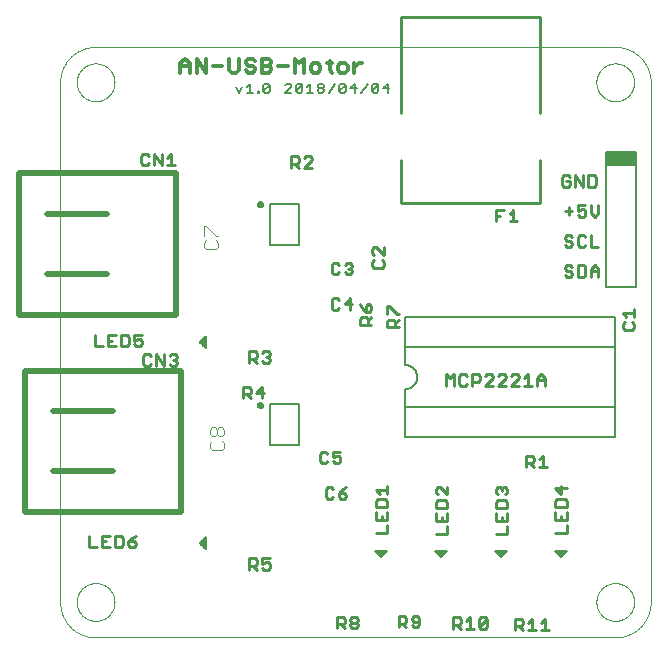
<source format=gto>
G75*
%MOIN*%
%OFA0B0*%
%FSLAX25Y25*%
%IPPOS*%
%LPD*%
%AMOC8*
5,1,8,0,0,1.08239X$1,22.5*
%
%ADD10C,0.00000*%
%ADD11C,0.00900*%
%ADD12C,0.01200*%
%ADD13C,0.00800*%
%ADD14C,0.00600*%
%ADD15C,0.01000*%
%ADD16C,0.00500*%
%ADD17C,0.00787*%
%ADD18R,0.10000X0.05000*%
%ADD19C,0.01969*%
%ADD20C,0.00400*%
D10*
X0015764Y0017535D02*
X0015764Y0190764D01*
X0021276Y0190764D02*
X0021278Y0190922D01*
X0021284Y0191080D01*
X0021294Y0191238D01*
X0021308Y0191396D01*
X0021326Y0191553D01*
X0021347Y0191710D01*
X0021373Y0191866D01*
X0021403Y0192022D01*
X0021436Y0192177D01*
X0021474Y0192330D01*
X0021515Y0192483D01*
X0021560Y0192635D01*
X0021609Y0192786D01*
X0021662Y0192935D01*
X0021718Y0193083D01*
X0021778Y0193229D01*
X0021842Y0193374D01*
X0021910Y0193517D01*
X0021981Y0193659D01*
X0022055Y0193799D01*
X0022133Y0193936D01*
X0022215Y0194072D01*
X0022299Y0194206D01*
X0022388Y0194337D01*
X0022479Y0194466D01*
X0022574Y0194593D01*
X0022671Y0194718D01*
X0022772Y0194840D01*
X0022876Y0194959D01*
X0022983Y0195076D01*
X0023093Y0195190D01*
X0023206Y0195301D01*
X0023321Y0195410D01*
X0023439Y0195515D01*
X0023560Y0195617D01*
X0023683Y0195717D01*
X0023809Y0195813D01*
X0023937Y0195906D01*
X0024067Y0195996D01*
X0024200Y0196082D01*
X0024335Y0196166D01*
X0024471Y0196245D01*
X0024610Y0196322D01*
X0024751Y0196394D01*
X0024893Y0196464D01*
X0025037Y0196529D01*
X0025183Y0196591D01*
X0025330Y0196649D01*
X0025479Y0196704D01*
X0025629Y0196755D01*
X0025780Y0196802D01*
X0025932Y0196845D01*
X0026085Y0196884D01*
X0026240Y0196920D01*
X0026395Y0196951D01*
X0026551Y0196979D01*
X0026707Y0197003D01*
X0026864Y0197023D01*
X0027022Y0197039D01*
X0027179Y0197051D01*
X0027338Y0197059D01*
X0027496Y0197063D01*
X0027654Y0197063D01*
X0027812Y0197059D01*
X0027971Y0197051D01*
X0028128Y0197039D01*
X0028286Y0197023D01*
X0028443Y0197003D01*
X0028599Y0196979D01*
X0028755Y0196951D01*
X0028910Y0196920D01*
X0029065Y0196884D01*
X0029218Y0196845D01*
X0029370Y0196802D01*
X0029521Y0196755D01*
X0029671Y0196704D01*
X0029820Y0196649D01*
X0029967Y0196591D01*
X0030113Y0196529D01*
X0030257Y0196464D01*
X0030399Y0196394D01*
X0030540Y0196322D01*
X0030679Y0196245D01*
X0030815Y0196166D01*
X0030950Y0196082D01*
X0031083Y0195996D01*
X0031213Y0195906D01*
X0031341Y0195813D01*
X0031467Y0195717D01*
X0031590Y0195617D01*
X0031711Y0195515D01*
X0031829Y0195410D01*
X0031944Y0195301D01*
X0032057Y0195190D01*
X0032167Y0195076D01*
X0032274Y0194959D01*
X0032378Y0194840D01*
X0032479Y0194718D01*
X0032576Y0194593D01*
X0032671Y0194466D01*
X0032762Y0194337D01*
X0032851Y0194206D01*
X0032935Y0194072D01*
X0033017Y0193936D01*
X0033095Y0193799D01*
X0033169Y0193659D01*
X0033240Y0193517D01*
X0033308Y0193374D01*
X0033372Y0193229D01*
X0033432Y0193083D01*
X0033488Y0192935D01*
X0033541Y0192786D01*
X0033590Y0192635D01*
X0033635Y0192483D01*
X0033676Y0192330D01*
X0033714Y0192177D01*
X0033747Y0192022D01*
X0033777Y0191866D01*
X0033803Y0191710D01*
X0033824Y0191553D01*
X0033842Y0191396D01*
X0033856Y0191238D01*
X0033866Y0191080D01*
X0033872Y0190922D01*
X0033874Y0190764D01*
X0033872Y0190606D01*
X0033866Y0190448D01*
X0033856Y0190290D01*
X0033842Y0190132D01*
X0033824Y0189975D01*
X0033803Y0189818D01*
X0033777Y0189662D01*
X0033747Y0189506D01*
X0033714Y0189351D01*
X0033676Y0189198D01*
X0033635Y0189045D01*
X0033590Y0188893D01*
X0033541Y0188742D01*
X0033488Y0188593D01*
X0033432Y0188445D01*
X0033372Y0188299D01*
X0033308Y0188154D01*
X0033240Y0188011D01*
X0033169Y0187869D01*
X0033095Y0187729D01*
X0033017Y0187592D01*
X0032935Y0187456D01*
X0032851Y0187322D01*
X0032762Y0187191D01*
X0032671Y0187062D01*
X0032576Y0186935D01*
X0032479Y0186810D01*
X0032378Y0186688D01*
X0032274Y0186569D01*
X0032167Y0186452D01*
X0032057Y0186338D01*
X0031944Y0186227D01*
X0031829Y0186118D01*
X0031711Y0186013D01*
X0031590Y0185911D01*
X0031467Y0185811D01*
X0031341Y0185715D01*
X0031213Y0185622D01*
X0031083Y0185532D01*
X0030950Y0185446D01*
X0030815Y0185362D01*
X0030679Y0185283D01*
X0030540Y0185206D01*
X0030399Y0185134D01*
X0030257Y0185064D01*
X0030113Y0184999D01*
X0029967Y0184937D01*
X0029820Y0184879D01*
X0029671Y0184824D01*
X0029521Y0184773D01*
X0029370Y0184726D01*
X0029218Y0184683D01*
X0029065Y0184644D01*
X0028910Y0184608D01*
X0028755Y0184577D01*
X0028599Y0184549D01*
X0028443Y0184525D01*
X0028286Y0184505D01*
X0028128Y0184489D01*
X0027971Y0184477D01*
X0027812Y0184469D01*
X0027654Y0184465D01*
X0027496Y0184465D01*
X0027338Y0184469D01*
X0027179Y0184477D01*
X0027022Y0184489D01*
X0026864Y0184505D01*
X0026707Y0184525D01*
X0026551Y0184549D01*
X0026395Y0184577D01*
X0026240Y0184608D01*
X0026085Y0184644D01*
X0025932Y0184683D01*
X0025780Y0184726D01*
X0025629Y0184773D01*
X0025479Y0184824D01*
X0025330Y0184879D01*
X0025183Y0184937D01*
X0025037Y0184999D01*
X0024893Y0185064D01*
X0024751Y0185134D01*
X0024610Y0185206D01*
X0024471Y0185283D01*
X0024335Y0185362D01*
X0024200Y0185446D01*
X0024067Y0185532D01*
X0023937Y0185622D01*
X0023809Y0185715D01*
X0023683Y0185811D01*
X0023560Y0185911D01*
X0023439Y0186013D01*
X0023321Y0186118D01*
X0023206Y0186227D01*
X0023093Y0186338D01*
X0022983Y0186452D01*
X0022876Y0186569D01*
X0022772Y0186688D01*
X0022671Y0186810D01*
X0022574Y0186935D01*
X0022479Y0187062D01*
X0022388Y0187191D01*
X0022299Y0187322D01*
X0022215Y0187456D01*
X0022133Y0187592D01*
X0022055Y0187729D01*
X0021981Y0187869D01*
X0021910Y0188011D01*
X0021842Y0188154D01*
X0021778Y0188299D01*
X0021718Y0188445D01*
X0021662Y0188593D01*
X0021609Y0188742D01*
X0021560Y0188893D01*
X0021515Y0189045D01*
X0021474Y0189198D01*
X0021436Y0189351D01*
X0021403Y0189506D01*
X0021373Y0189662D01*
X0021347Y0189818D01*
X0021326Y0189975D01*
X0021308Y0190132D01*
X0021294Y0190290D01*
X0021284Y0190448D01*
X0021278Y0190606D01*
X0021276Y0190764D01*
X0015764Y0190764D02*
X0015767Y0191049D01*
X0015778Y0191335D01*
X0015795Y0191620D01*
X0015819Y0191904D01*
X0015850Y0192188D01*
X0015888Y0192471D01*
X0015933Y0192752D01*
X0015984Y0193033D01*
X0016042Y0193313D01*
X0016107Y0193591D01*
X0016179Y0193867D01*
X0016257Y0194141D01*
X0016342Y0194414D01*
X0016434Y0194684D01*
X0016532Y0194952D01*
X0016636Y0195218D01*
X0016747Y0195481D01*
X0016864Y0195741D01*
X0016987Y0195999D01*
X0017117Y0196253D01*
X0017253Y0196504D01*
X0017394Y0196752D01*
X0017542Y0196996D01*
X0017695Y0197237D01*
X0017855Y0197473D01*
X0018020Y0197706D01*
X0018190Y0197935D01*
X0018366Y0198160D01*
X0018548Y0198380D01*
X0018734Y0198596D01*
X0018926Y0198807D01*
X0019123Y0199014D01*
X0019325Y0199216D01*
X0019532Y0199413D01*
X0019743Y0199605D01*
X0019959Y0199791D01*
X0020179Y0199973D01*
X0020404Y0200149D01*
X0020633Y0200319D01*
X0020866Y0200484D01*
X0021102Y0200644D01*
X0021343Y0200797D01*
X0021587Y0200945D01*
X0021835Y0201086D01*
X0022086Y0201222D01*
X0022340Y0201352D01*
X0022598Y0201475D01*
X0022858Y0201592D01*
X0023121Y0201703D01*
X0023387Y0201807D01*
X0023655Y0201905D01*
X0023925Y0201997D01*
X0024198Y0202082D01*
X0024472Y0202160D01*
X0024748Y0202232D01*
X0025026Y0202297D01*
X0025306Y0202355D01*
X0025587Y0202406D01*
X0025868Y0202451D01*
X0026151Y0202489D01*
X0026435Y0202520D01*
X0026719Y0202544D01*
X0027004Y0202561D01*
X0027290Y0202572D01*
X0027575Y0202575D01*
X0200803Y0202575D01*
X0194504Y0190764D02*
X0194506Y0190922D01*
X0194512Y0191080D01*
X0194522Y0191238D01*
X0194536Y0191396D01*
X0194554Y0191553D01*
X0194575Y0191710D01*
X0194601Y0191866D01*
X0194631Y0192022D01*
X0194664Y0192177D01*
X0194702Y0192330D01*
X0194743Y0192483D01*
X0194788Y0192635D01*
X0194837Y0192786D01*
X0194890Y0192935D01*
X0194946Y0193083D01*
X0195006Y0193229D01*
X0195070Y0193374D01*
X0195138Y0193517D01*
X0195209Y0193659D01*
X0195283Y0193799D01*
X0195361Y0193936D01*
X0195443Y0194072D01*
X0195527Y0194206D01*
X0195616Y0194337D01*
X0195707Y0194466D01*
X0195802Y0194593D01*
X0195899Y0194718D01*
X0196000Y0194840D01*
X0196104Y0194959D01*
X0196211Y0195076D01*
X0196321Y0195190D01*
X0196434Y0195301D01*
X0196549Y0195410D01*
X0196667Y0195515D01*
X0196788Y0195617D01*
X0196911Y0195717D01*
X0197037Y0195813D01*
X0197165Y0195906D01*
X0197295Y0195996D01*
X0197428Y0196082D01*
X0197563Y0196166D01*
X0197699Y0196245D01*
X0197838Y0196322D01*
X0197979Y0196394D01*
X0198121Y0196464D01*
X0198265Y0196529D01*
X0198411Y0196591D01*
X0198558Y0196649D01*
X0198707Y0196704D01*
X0198857Y0196755D01*
X0199008Y0196802D01*
X0199160Y0196845D01*
X0199313Y0196884D01*
X0199468Y0196920D01*
X0199623Y0196951D01*
X0199779Y0196979D01*
X0199935Y0197003D01*
X0200092Y0197023D01*
X0200250Y0197039D01*
X0200407Y0197051D01*
X0200566Y0197059D01*
X0200724Y0197063D01*
X0200882Y0197063D01*
X0201040Y0197059D01*
X0201199Y0197051D01*
X0201356Y0197039D01*
X0201514Y0197023D01*
X0201671Y0197003D01*
X0201827Y0196979D01*
X0201983Y0196951D01*
X0202138Y0196920D01*
X0202293Y0196884D01*
X0202446Y0196845D01*
X0202598Y0196802D01*
X0202749Y0196755D01*
X0202899Y0196704D01*
X0203048Y0196649D01*
X0203195Y0196591D01*
X0203341Y0196529D01*
X0203485Y0196464D01*
X0203627Y0196394D01*
X0203768Y0196322D01*
X0203907Y0196245D01*
X0204043Y0196166D01*
X0204178Y0196082D01*
X0204311Y0195996D01*
X0204441Y0195906D01*
X0204569Y0195813D01*
X0204695Y0195717D01*
X0204818Y0195617D01*
X0204939Y0195515D01*
X0205057Y0195410D01*
X0205172Y0195301D01*
X0205285Y0195190D01*
X0205395Y0195076D01*
X0205502Y0194959D01*
X0205606Y0194840D01*
X0205707Y0194718D01*
X0205804Y0194593D01*
X0205899Y0194466D01*
X0205990Y0194337D01*
X0206079Y0194206D01*
X0206163Y0194072D01*
X0206245Y0193936D01*
X0206323Y0193799D01*
X0206397Y0193659D01*
X0206468Y0193517D01*
X0206536Y0193374D01*
X0206600Y0193229D01*
X0206660Y0193083D01*
X0206716Y0192935D01*
X0206769Y0192786D01*
X0206818Y0192635D01*
X0206863Y0192483D01*
X0206904Y0192330D01*
X0206942Y0192177D01*
X0206975Y0192022D01*
X0207005Y0191866D01*
X0207031Y0191710D01*
X0207052Y0191553D01*
X0207070Y0191396D01*
X0207084Y0191238D01*
X0207094Y0191080D01*
X0207100Y0190922D01*
X0207102Y0190764D01*
X0207100Y0190606D01*
X0207094Y0190448D01*
X0207084Y0190290D01*
X0207070Y0190132D01*
X0207052Y0189975D01*
X0207031Y0189818D01*
X0207005Y0189662D01*
X0206975Y0189506D01*
X0206942Y0189351D01*
X0206904Y0189198D01*
X0206863Y0189045D01*
X0206818Y0188893D01*
X0206769Y0188742D01*
X0206716Y0188593D01*
X0206660Y0188445D01*
X0206600Y0188299D01*
X0206536Y0188154D01*
X0206468Y0188011D01*
X0206397Y0187869D01*
X0206323Y0187729D01*
X0206245Y0187592D01*
X0206163Y0187456D01*
X0206079Y0187322D01*
X0205990Y0187191D01*
X0205899Y0187062D01*
X0205804Y0186935D01*
X0205707Y0186810D01*
X0205606Y0186688D01*
X0205502Y0186569D01*
X0205395Y0186452D01*
X0205285Y0186338D01*
X0205172Y0186227D01*
X0205057Y0186118D01*
X0204939Y0186013D01*
X0204818Y0185911D01*
X0204695Y0185811D01*
X0204569Y0185715D01*
X0204441Y0185622D01*
X0204311Y0185532D01*
X0204178Y0185446D01*
X0204043Y0185362D01*
X0203907Y0185283D01*
X0203768Y0185206D01*
X0203627Y0185134D01*
X0203485Y0185064D01*
X0203341Y0184999D01*
X0203195Y0184937D01*
X0203048Y0184879D01*
X0202899Y0184824D01*
X0202749Y0184773D01*
X0202598Y0184726D01*
X0202446Y0184683D01*
X0202293Y0184644D01*
X0202138Y0184608D01*
X0201983Y0184577D01*
X0201827Y0184549D01*
X0201671Y0184525D01*
X0201514Y0184505D01*
X0201356Y0184489D01*
X0201199Y0184477D01*
X0201040Y0184469D01*
X0200882Y0184465D01*
X0200724Y0184465D01*
X0200566Y0184469D01*
X0200407Y0184477D01*
X0200250Y0184489D01*
X0200092Y0184505D01*
X0199935Y0184525D01*
X0199779Y0184549D01*
X0199623Y0184577D01*
X0199468Y0184608D01*
X0199313Y0184644D01*
X0199160Y0184683D01*
X0199008Y0184726D01*
X0198857Y0184773D01*
X0198707Y0184824D01*
X0198558Y0184879D01*
X0198411Y0184937D01*
X0198265Y0184999D01*
X0198121Y0185064D01*
X0197979Y0185134D01*
X0197838Y0185206D01*
X0197699Y0185283D01*
X0197563Y0185362D01*
X0197428Y0185446D01*
X0197295Y0185532D01*
X0197165Y0185622D01*
X0197037Y0185715D01*
X0196911Y0185811D01*
X0196788Y0185911D01*
X0196667Y0186013D01*
X0196549Y0186118D01*
X0196434Y0186227D01*
X0196321Y0186338D01*
X0196211Y0186452D01*
X0196104Y0186569D01*
X0196000Y0186688D01*
X0195899Y0186810D01*
X0195802Y0186935D01*
X0195707Y0187062D01*
X0195616Y0187191D01*
X0195527Y0187322D01*
X0195443Y0187456D01*
X0195361Y0187592D01*
X0195283Y0187729D01*
X0195209Y0187869D01*
X0195138Y0188011D01*
X0195070Y0188154D01*
X0195006Y0188299D01*
X0194946Y0188445D01*
X0194890Y0188593D01*
X0194837Y0188742D01*
X0194788Y0188893D01*
X0194743Y0189045D01*
X0194702Y0189198D01*
X0194664Y0189351D01*
X0194631Y0189506D01*
X0194601Y0189662D01*
X0194575Y0189818D01*
X0194554Y0189975D01*
X0194536Y0190132D01*
X0194522Y0190290D01*
X0194512Y0190448D01*
X0194506Y0190606D01*
X0194504Y0190764D01*
X0200803Y0202575D02*
X0201088Y0202572D01*
X0201374Y0202561D01*
X0201659Y0202544D01*
X0201943Y0202520D01*
X0202227Y0202489D01*
X0202510Y0202451D01*
X0202791Y0202406D01*
X0203072Y0202355D01*
X0203352Y0202297D01*
X0203630Y0202232D01*
X0203906Y0202160D01*
X0204180Y0202082D01*
X0204453Y0201997D01*
X0204723Y0201905D01*
X0204991Y0201807D01*
X0205257Y0201703D01*
X0205520Y0201592D01*
X0205780Y0201475D01*
X0206038Y0201352D01*
X0206292Y0201222D01*
X0206543Y0201086D01*
X0206791Y0200945D01*
X0207035Y0200797D01*
X0207276Y0200644D01*
X0207512Y0200484D01*
X0207745Y0200319D01*
X0207974Y0200149D01*
X0208199Y0199973D01*
X0208419Y0199791D01*
X0208635Y0199605D01*
X0208846Y0199413D01*
X0209053Y0199216D01*
X0209255Y0199014D01*
X0209452Y0198807D01*
X0209644Y0198596D01*
X0209830Y0198380D01*
X0210012Y0198160D01*
X0210188Y0197935D01*
X0210358Y0197706D01*
X0210523Y0197473D01*
X0210683Y0197237D01*
X0210836Y0196996D01*
X0210984Y0196752D01*
X0211125Y0196504D01*
X0211261Y0196253D01*
X0211391Y0195999D01*
X0211514Y0195741D01*
X0211631Y0195481D01*
X0211742Y0195218D01*
X0211846Y0194952D01*
X0211944Y0194684D01*
X0212036Y0194414D01*
X0212121Y0194141D01*
X0212199Y0193867D01*
X0212271Y0193591D01*
X0212336Y0193313D01*
X0212394Y0193033D01*
X0212445Y0192752D01*
X0212490Y0192471D01*
X0212528Y0192188D01*
X0212559Y0191904D01*
X0212583Y0191620D01*
X0212600Y0191335D01*
X0212611Y0191049D01*
X0212614Y0190764D01*
X0212614Y0017535D01*
X0194504Y0017535D02*
X0194506Y0017693D01*
X0194512Y0017851D01*
X0194522Y0018009D01*
X0194536Y0018167D01*
X0194554Y0018324D01*
X0194575Y0018481D01*
X0194601Y0018637D01*
X0194631Y0018793D01*
X0194664Y0018948D01*
X0194702Y0019101D01*
X0194743Y0019254D01*
X0194788Y0019406D01*
X0194837Y0019557D01*
X0194890Y0019706D01*
X0194946Y0019854D01*
X0195006Y0020000D01*
X0195070Y0020145D01*
X0195138Y0020288D01*
X0195209Y0020430D01*
X0195283Y0020570D01*
X0195361Y0020707D01*
X0195443Y0020843D01*
X0195527Y0020977D01*
X0195616Y0021108D01*
X0195707Y0021237D01*
X0195802Y0021364D01*
X0195899Y0021489D01*
X0196000Y0021611D01*
X0196104Y0021730D01*
X0196211Y0021847D01*
X0196321Y0021961D01*
X0196434Y0022072D01*
X0196549Y0022181D01*
X0196667Y0022286D01*
X0196788Y0022388D01*
X0196911Y0022488D01*
X0197037Y0022584D01*
X0197165Y0022677D01*
X0197295Y0022767D01*
X0197428Y0022853D01*
X0197563Y0022937D01*
X0197699Y0023016D01*
X0197838Y0023093D01*
X0197979Y0023165D01*
X0198121Y0023235D01*
X0198265Y0023300D01*
X0198411Y0023362D01*
X0198558Y0023420D01*
X0198707Y0023475D01*
X0198857Y0023526D01*
X0199008Y0023573D01*
X0199160Y0023616D01*
X0199313Y0023655D01*
X0199468Y0023691D01*
X0199623Y0023722D01*
X0199779Y0023750D01*
X0199935Y0023774D01*
X0200092Y0023794D01*
X0200250Y0023810D01*
X0200407Y0023822D01*
X0200566Y0023830D01*
X0200724Y0023834D01*
X0200882Y0023834D01*
X0201040Y0023830D01*
X0201199Y0023822D01*
X0201356Y0023810D01*
X0201514Y0023794D01*
X0201671Y0023774D01*
X0201827Y0023750D01*
X0201983Y0023722D01*
X0202138Y0023691D01*
X0202293Y0023655D01*
X0202446Y0023616D01*
X0202598Y0023573D01*
X0202749Y0023526D01*
X0202899Y0023475D01*
X0203048Y0023420D01*
X0203195Y0023362D01*
X0203341Y0023300D01*
X0203485Y0023235D01*
X0203627Y0023165D01*
X0203768Y0023093D01*
X0203907Y0023016D01*
X0204043Y0022937D01*
X0204178Y0022853D01*
X0204311Y0022767D01*
X0204441Y0022677D01*
X0204569Y0022584D01*
X0204695Y0022488D01*
X0204818Y0022388D01*
X0204939Y0022286D01*
X0205057Y0022181D01*
X0205172Y0022072D01*
X0205285Y0021961D01*
X0205395Y0021847D01*
X0205502Y0021730D01*
X0205606Y0021611D01*
X0205707Y0021489D01*
X0205804Y0021364D01*
X0205899Y0021237D01*
X0205990Y0021108D01*
X0206079Y0020977D01*
X0206163Y0020843D01*
X0206245Y0020707D01*
X0206323Y0020570D01*
X0206397Y0020430D01*
X0206468Y0020288D01*
X0206536Y0020145D01*
X0206600Y0020000D01*
X0206660Y0019854D01*
X0206716Y0019706D01*
X0206769Y0019557D01*
X0206818Y0019406D01*
X0206863Y0019254D01*
X0206904Y0019101D01*
X0206942Y0018948D01*
X0206975Y0018793D01*
X0207005Y0018637D01*
X0207031Y0018481D01*
X0207052Y0018324D01*
X0207070Y0018167D01*
X0207084Y0018009D01*
X0207094Y0017851D01*
X0207100Y0017693D01*
X0207102Y0017535D01*
X0207100Y0017377D01*
X0207094Y0017219D01*
X0207084Y0017061D01*
X0207070Y0016903D01*
X0207052Y0016746D01*
X0207031Y0016589D01*
X0207005Y0016433D01*
X0206975Y0016277D01*
X0206942Y0016122D01*
X0206904Y0015969D01*
X0206863Y0015816D01*
X0206818Y0015664D01*
X0206769Y0015513D01*
X0206716Y0015364D01*
X0206660Y0015216D01*
X0206600Y0015070D01*
X0206536Y0014925D01*
X0206468Y0014782D01*
X0206397Y0014640D01*
X0206323Y0014500D01*
X0206245Y0014363D01*
X0206163Y0014227D01*
X0206079Y0014093D01*
X0205990Y0013962D01*
X0205899Y0013833D01*
X0205804Y0013706D01*
X0205707Y0013581D01*
X0205606Y0013459D01*
X0205502Y0013340D01*
X0205395Y0013223D01*
X0205285Y0013109D01*
X0205172Y0012998D01*
X0205057Y0012889D01*
X0204939Y0012784D01*
X0204818Y0012682D01*
X0204695Y0012582D01*
X0204569Y0012486D01*
X0204441Y0012393D01*
X0204311Y0012303D01*
X0204178Y0012217D01*
X0204043Y0012133D01*
X0203907Y0012054D01*
X0203768Y0011977D01*
X0203627Y0011905D01*
X0203485Y0011835D01*
X0203341Y0011770D01*
X0203195Y0011708D01*
X0203048Y0011650D01*
X0202899Y0011595D01*
X0202749Y0011544D01*
X0202598Y0011497D01*
X0202446Y0011454D01*
X0202293Y0011415D01*
X0202138Y0011379D01*
X0201983Y0011348D01*
X0201827Y0011320D01*
X0201671Y0011296D01*
X0201514Y0011276D01*
X0201356Y0011260D01*
X0201199Y0011248D01*
X0201040Y0011240D01*
X0200882Y0011236D01*
X0200724Y0011236D01*
X0200566Y0011240D01*
X0200407Y0011248D01*
X0200250Y0011260D01*
X0200092Y0011276D01*
X0199935Y0011296D01*
X0199779Y0011320D01*
X0199623Y0011348D01*
X0199468Y0011379D01*
X0199313Y0011415D01*
X0199160Y0011454D01*
X0199008Y0011497D01*
X0198857Y0011544D01*
X0198707Y0011595D01*
X0198558Y0011650D01*
X0198411Y0011708D01*
X0198265Y0011770D01*
X0198121Y0011835D01*
X0197979Y0011905D01*
X0197838Y0011977D01*
X0197699Y0012054D01*
X0197563Y0012133D01*
X0197428Y0012217D01*
X0197295Y0012303D01*
X0197165Y0012393D01*
X0197037Y0012486D01*
X0196911Y0012582D01*
X0196788Y0012682D01*
X0196667Y0012784D01*
X0196549Y0012889D01*
X0196434Y0012998D01*
X0196321Y0013109D01*
X0196211Y0013223D01*
X0196104Y0013340D01*
X0196000Y0013459D01*
X0195899Y0013581D01*
X0195802Y0013706D01*
X0195707Y0013833D01*
X0195616Y0013962D01*
X0195527Y0014093D01*
X0195443Y0014227D01*
X0195361Y0014363D01*
X0195283Y0014500D01*
X0195209Y0014640D01*
X0195138Y0014782D01*
X0195070Y0014925D01*
X0195006Y0015070D01*
X0194946Y0015216D01*
X0194890Y0015364D01*
X0194837Y0015513D01*
X0194788Y0015664D01*
X0194743Y0015816D01*
X0194702Y0015969D01*
X0194664Y0016122D01*
X0194631Y0016277D01*
X0194601Y0016433D01*
X0194575Y0016589D01*
X0194554Y0016746D01*
X0194536Y0016903D01*
X0194522Y0017061D01*
X0194512Y0017219D01*
X0194506Y0017377D01*
X0194504Y0017535D01*
X0200803Y0005724D02*
X0201088Y0005727D01*
X0201374Y0005738D01*
X0201659Y0005755D01*
X0201943Y0005779D01*
X0202227Y0005810D01*
X0202510Y0005848D01*
X0202791Y0005893D01*
X0203072Y0005944D01*
X0203352Y0006002D01*
X0203630Y0006067D01*
X0203906Y0006139D01*
X0204180Y0006217D01*
X0204453Y0006302D01*
X0204723Y0006394D01*
X0204991Y0006492D01*
X0205257Y0006596D01*
X0205520Y0006707D01*
X0205780Y0006824D01*
X0206038Y0006947D01*
X0206292Y0007077D01*
X0206543Y0007213D01*
X0206791Y0007354D01*
X0207035Y0007502D01*
X0207276Y0007655D01*
X0207512Y0007815D01*
X0207745Y0007980D01*
X0207974Y0008150D01*
X0208199Y0008326D01*
X0208419Y0008508D01*
X0208635Y0008694D01*
X0208846Y0008886D01*
X0209053Y0009083D01*
X0209255Y0009285D01*
X0209452Y0009492D01*
X0209644Y0009703D01*
X0209830Y0009919D01*
X0210012Y0010139D01*
X0210188Y0010364D01*
X0210358Y0010593D01*
X0210523Y0010826D01*
X0210683Y0011062D01*
X0210836Y0011303D01*
X0210984Y0011547D01*
X0211125Y0011795D01*
X0211261Y0012046D01*
X0211391Y0012300D01*
X0211514Y0012558D01*
X0211631Y0012818D01*
X0211742Y0013081D01*
X0211846Y0013347D01*
X0211944Y0013615D01*
X0212036Y0013885D01*
X0212121Y0014158D01*
X0212199Y0014432D01*
X0212271Y0014708D01*
X0212336Y0014986D01*
X0212394Y0015266D01*
X0212445Y0015547D01*
X0212490Y0015828D01*
X0212528Y0016111D01*
X0212559Y0016395D01*
X0212583Y0016679D01*
X0212600Y0016964D01*
X0212611Y0017250D01*
X0212614Y0017535D01*
X0200803Y0005724D02*
X0027575Y0005724D01*
X0021276Y0017535D02*
X0021278Y0017693D01*
X0021284Y0017851D01*
X0021294Y0018009D01*
X0021308Y0018167D01*
X0021326Y0018324D01*
X0021347Y0018481D01*
X0021373Y0018637D01*
X0021403Y0018793D01*
X0021436Y0018948D01*
X0021474Y0019101D01*
X0021515Y0019254D01*
X0021560Y0019406D01*
X0021609Y0019557D01*
X0021662Y0019706D01*
X0021718Y0019854D01*
X0021778Y0020000D01*
X0021842Y0020145D01*
X0021910Y0020288D01*
X0021981Y0020430D01*
X0022055Y0020570D01*
X0022133Y0020707D01*
X0022215Y0020843D01*
X0022299Y0020977D01*
X0022388Y0021108D01*
X0022479Y0021237D01*
X0022574Y0021364D01*
X0022671Y0021489D01*
X0022772Y0021611D01*
X0022876Y0021730D01*
X0022983Y0021847D01*
X0023093Y0021961D01*
X0023206Y0022072D01*
X0023321Y0022181D01*
X0023439Y0022286D01*
X0023560Y0022388D01*
X0023683Y0022488D01*
X0023809Y0022584D01*
X0023937Y0022677D01*
X0024067Y0022767D01*
X0024200Y0022853D01*
X0024335Y0022937D01*
X0024471Y0023016D01*
X0024610Y0023093D01*
X0024751Y0023165D01*
X0024893Y0023235D01*
X0025037Y0023300D01*
X0025183Y0023362D01*
X0025330Y0023420D01*
X0025479Y0023475D01*
X0025629Y0023526D01*
X0025780Y0023573D01*
X0025932Y0023616D01*
X0026085Y0023655D01*
X0026240Y0023691D01*
X0026395Y0023722D01*
X0026551Y0023750D01*
X0026707Y0023774D01*
X0026864Y0023794D01*
X0027022Y0023810D01*
X0027179Y0023822D01*
X0027338Y0023830D01*
X0027496Y0023834D01*
X0027654Y0023834D01*
X0027812Y0023830D01*
X0027971Y0023822D01*
X0028128Y0023810D01*
X0028286Y0023794D01*
X0028443Y0023774D01*
X0028599Y0023750D01*
X0028755Y0023722D01*
X0028910Y0023691D01*
X0029065Y0023655D01*
X0029218Y0023616D01*
X0029370Y0023573D01*
X0029521Y0023526D01*
X0029671Y0023475D01*
X0029820Y0023420D01*
X0029967Y0023362D01*
X0030113Y0023300D01*
X0030257Y0023235D01*
X0030399Y0023165D01*
X0030540Y0023093D01*
X0030679Y0023016D01*
X0030815Y0022937D01*
X0030950Y0022853D01*
X0031083Y0022767D01*
X0031213Y0022677D01*
X0031341Y0022584D01*
X0031467Y0022488D01*
X0031590Y0022388D01*
X0031711Y0022286D01*
X0031829Y0022181D01*
X0031944Y0022072D01*
X0032057Y0021961D01*
X0032167Y0021847D01*
X0032274Y0021730D01*
X0032378Y0021611D01*
X0032479Y0021489D01*
X0032576Y0021364D01*
X0032671Y0021237D01*
X0032762Y0021108D01*
X0032851Y0020977D01*
X0032935Y0020843D01*
X0033017Y0020707D01*
X0033095Y0020570D01*
X0033169Y0020430D01*
X0033240Y0020288D01*
X0033308Y0020145D01*
X0033372Y0020000D01*
X0033432Y0019854D01*
X0033488Y0019706D01*
X0033541Y0019557D01*
X0033590Y0019406D01*
X0033635Y0019254D01*
X0033676Y0019101D01*
X0033714Y0018948D01*
X0033747Y0018793D01*
X0033777Y0018637D01*
X0033803Y0018481D01*
X0033824Y0018324D01*
X0033842Y0018167D01*
X0033856Y0018009D01*
X0033866Y0017851D01*
X0033872Y0017693D01*
X0033874Y0017535D01*
X0033872Y0017377D01*
X0033866Y0017219D01*
X0033856Y0017061D01*
X0033842Y0016903D01*
X0033824Y0016746D01*
X0033803Y0016589D01*
X0033777Y0016433D01*
X0033747Y0016277D01*
X0033714Y0016122D01*
X0033676Y0015969D01*
X0033635Y0015816D01*
X0033590Y0015664D01*
X0033541Y0015513D01*
X0033488Y0015364D01*
X0033432Y0015216D01*
X0033372Y0015070D01*
X0033308Y0014925D01*
X0033240Y0014782D01*
X0033169Y0014640D01*
X0033095Y0014500D01*
X0033017Y0014363D01*
X0032935Y0014227D01*
X0032851Y0014093D01*
X0032762Y0013962D01*
X0032671Y0013833D01*
X0032576Y0013706D01*
X0032479Y0013581D01*
X0032378Y0013459D01*
X0032274Y0013340D01*
X0032167Y0013223D01*
X0032057Y0013109D01*
X0031944Y0012998D01*
X0031829Y0012889D01*
X0031711Y0012784D01*
X0031590Y0012682D01*
X0031467Y0012582D01*
X0031341Y0012486D01*
X0031213Y0012393D01*
X0031083Y0012303D01*
X0030950Y0012217D01*
X0030815Y0012133D01*
X0030679Y0012054D01*
X0030540Y0011977D01*
X0030399Y0011905D01*
X0030257Y0011835D01*
X0030113Y0011770D01*
X0029967Y0011708D01*
X0029820Y0011650D01*
X0029671Y0011595D01*
X0029521Y0011544D01*
X0029370Y0011497D01*
X0029218Y0011454D01*
X0029065Y0011415D01*
X0028910Y0011379D01*
X0028755Y0011348D01*
X0028599Y0011320D01*
X0028443Y0011296D01*
X0028286Y0011276D01*
X0028128Y0011260D01*
X0027971Y0011248D01*
X0027812Y0011240D01*
X0027654Y0011236D01*
X0027496Y0011236D01*
X0027338Y0011240D01*
X0027179Y0011248D01*
X0027022Y0011260D01*
X0026864Y0011276D01*
X0026707Y0011296D01*
X0026551Y0011320D01*
X0026395Y0011348D01*
X0026240Y0011379D01*
X0026085Y0011415D01*
X0025932Y0011454D01*
X0025780Y0011497D01*
X0025629Y0011544D01*
X0025479Y0011595D01*
X0025330Y0011650D01*
X0025183Y0011708D01*
X0025037Y0011770D01*
X0024893Y0011835D01*
X0024751Y0011905D01*
X0024610Y0011977D01*
X0024471Y0012054D01*
X0024335Y0012133D01*
X0024200Y0012217D01*
X0024067Y0012303D01*
X0023937Y0012393D01*
X0023809Y0012486D01*
X0023683Y0012582D01*
X0023560Y0012682D01*
X0023439Y0012784D01*
X0023321Y0012889D01*
X0023206Y0012998D01*
X0023093Y0013109D01*
X0022983Y0013223D01*
X0022876Y0013340D01*
X0022772Y0013459D01*
X0022671Y0013581D01*
X0022574Y0013706D01*
X0022479Y0013833D01*
X0022388Y0013962D01*
X0022299Y0014093D01*
X0022215Y0014227D01*
X0022133Y0014363D01*
X0022055Y0014500D01*
X0021981Y0014640D01*
X0021910Y0014782D01*
X0021842Y0014925D01*
X0021778Y0015070D01*
X0021718Y0015216D01*
X0021662Y0015364D01*
X0021609Y0015513D01*
X0021560Y0015664D01*
X0021515Y0015816D01*
X0021474Y0015969D01*
X0021436Y0016122D01*
X0021403Y0016277D01*
X0021373Y0016433D01*
X0021347Y0016589D01*
X0021326Y0016746D01*
X0021308Y0016903D01*
X0021294Y0017061D01*
X0021284Y0017219D01*
X0021278Y0017377D01*
X0021276Y0017535D01*
X0015764Y0017535D02*
X0015767Y0017250D01*
X0015778Y0016964D01*
X0015795Y0016679D01*
X0015819Y0016395D01*
X0015850Y0016111D01*
X0015888Y0015828D01*
X0015933Y0015547D01*
X0015984Y0015266D01*
X0016042Y0014986D01*
X0016107Y0014708D01*
X0016179Y0014432D01*
X0016257Y0014158D01*
X0016342Y0013885D01*
X0016434Y0013615D01*
X0016532Y0013347D01*
X0016636Y0013081D01*
X0016747Y0012818D01*
X0016864Y0012558D01*
X0016987Y0012300D01*
X0017117Y0012046D01*
X0017253Y0011795D01*
X0017394Y0011547D01*
X0017542Y0011303D01*
X0017695Y0011062D01*
X0017855Y0010826D01*
X0018020Y0010593D01*
X0018190Y0010364D01*
X0018366Y0010139D01*
X0018548Y0009919D01*
X0018734Y0009703D01*
X0018926Y0009492D01*
X0019123Y0009285D01*
X0019325Y0009083D01*
X0019532Y0008886D01*
X0019743Y0008694D01*
X0019959Y0008508D01*
X0020179Y0008326D01*
X0020404Y0008150D01*
X0020633Y0007980D01*
X0020866Y0007815D01*
X0021102Y0007655D01*
X0021343Y0007502D01*
X0021587Y0007354D01*
X0021835Y0007213D01*
X0022086Y0007077D01*
X0022340Y0006947D01*
X0022598Y0006824D01*
X0022858Y0006707D01*
X0023121Y0006596D01*
X0023387Y0006492D01*
X0023655Y0006394D01*
X0023925Y0006302D01*
X0024198Y0006217D01*
X0024472Y0006139D01*
X0024748Y0006067D01*
X0025026Y0006002D01*
X0025306Y0005944D01*
X0025587Y0005893D01*
X0025868Y0005848D01*
X0026151Y0005810D01*
X0026435Y0005779D01*
X0026719Y0005755D01*
X0027004Y0005738D01*
X0027290Y0005727D01*
X0027575Y0005724D01*
D11*
X0028018Y0035820D02*
X0025467Y0035820D01*
X0025467Y0039648D01*
X0029817Y0039648D02*
X0029817Y0035820D01*
X0032369Y0035820D01*
X0034167Y0035820D02*
X0036081Y0035820D01*
X0036719Y0036458D01*
X0036719Y0039010D01*
X0036081Y0039648D01*
X0034167Y0039648D01*
X0034167Y0035820D01*
X0031093Y0037734D02*
X0029817Y0037734D01*
X0029817Y0039648D02*
X0032369Y0039648D01*
X0038517Y0037734D02*
X0040431Y0037734D01*
X0041069Y0037096D01*
X0041069Y0036458D01*
X0040431Y0035820D01*
X0039155Y0035820D01*
X0038517Y0036458D01*
X0038517Y0037734D01*
X0039793Y0039010D01*
X0041069Y0039648D01*
X0078674Y0032187D02*
X0078674Y0028359D01*
X0078674Y0029635D02*
X0080588Y0029635D01*
X0081226Y0030273D01*
X0081226Y0031549D01*
X0080588Y0032187D01*
X0078674Y0032187D01*
X0079950Y0029635D02*
X0081226Y0028359D01*
X0083025Y0028997D02*
X0083663Y0028359D01*
X0084938Y0028359D01*
X0085576Y0028997D01*
X0085576Y0030273D01*
X0084938Y0030911D01*
X0084300Y0030911D01*
X0083025Y0030273D01*
X0083025Y0032187D01*
X0085576Y0032187D01*
X0104903Y0051981D02*
X0106179Y0051981D01*
X0106817Y0052619D01*
X0108615Y0052619D02*
X0108615Y0053895D01*
X0110529Y0053895D01*
X0111167Y0053257D01*
X0111167Y0052619D01*
X0110529Y0051981D01*
X0109253Y0051981D01*
X0108615Y0052619D01*
X0108615Y0053895D02*
X0109891Y0055171D01*
X0111167Y0055809D01*
X0106817Y0055171D02*
X0106179Y0055809D01*
X0104903Y0055809D01*
X0104265Y0055171D01*
X0104265Y0052619D01*
X0104903Y0051981D01*
X0104210Y0063793D02*
X0102934Y0063793D01*
X0102296Y0064430D01*
X0102296Y0066982D01*
X0102934Y0067620D01*
X0104210Y0067620D01*
X0104848Y0066982D01*
X0106647Y0067620D02*
X0106647Y0065706D01*
X0107923Y0066344D01*
X0108560Y0066344D01*
X0109198Y0065706D01*
X0109198Y0064430D01*
X0108560Y0063793D01*
X0107285Y0063793D01*
X0106647Y0064430D01*
X0104848Y0064430D02*
X0104210Y0063793D01*
X0106647Y0067620D02*
X0109198Y0067620D01*
X0120974Y0054872D02*
X0124802Y0054872D01*
X0124802Y0053596D02*
X0124802Y0056148D01*
X0122250Y0053596D02*
X0120974Y0054872D01*
X0121612Y0051798D02*
X0120974Y0051160D01*
X0120974Y0049246D01*
X0124802Y0049246D01*
X0124802Y0051160D01*
X0124164Y0051798D01*
X0121612Y0051798D01*
X0120974Y0047447D02*
X0120974Y0044896D01*
X0124802Y0044896D01*
X0124802Y0047447D01*
X0122888Y0046171D02*
X0122888Y0044896D01*
X0124802Y0043097D02*
X0124802Y0040545D01*
X0120974Y0040545D01*
X0140974Y0040333D02*
X0144802Y0040333D01*
X0144802Y0042885D01*
X0144802Y0044683D02*
X0144802Y0047235D01*
X0144802Y0049033D02*
X0144802Y0050947D01*
X0144164Y0051585D01*
X0141612Y0051585D01*
X0140974Y0050947D01*
X0140974Y0049033D01*
X0144802Y0049033D01*
X0142888Y0045959D02*
X0142888Y0044683D01*
X0140974Y0044683D02*
X0144802Y0044683D01*
X0140974Y0044683D02*
X0140974Y0047235D01*
X0141612Y0053383D02*
X0140974Y0054021D01*
X0140974Y0055297D01*
X0141612Y0055935D01*
X0142250Y0055935D01*
X0144802Y0053383D01*
X0144802Y0055935D01*
X0160974Y0055297D02*
X0161612Y0055935D01*
X0162250Y0055935D01*
X0162888Y0055297D01*
X0163526Y0055935D01*
X0164164Y0055935D01*
X0164802Y0055297D01*
X0164802Y0054021D01*
X0164164Y0053383D01*
X0164164Y0051585D02*
X0161612Y0051585D01*
X0160974Y0050947D01*
X0160974Y0049033D01*
X0164802Y0049033D01*
X0164802Y0050947D01*
X0164164Y0051585D01*
X0161612Y0053383D02*
X0160974Y0054021D01*
X0160974Y0055297D01*
X0162888Y0055297D02*
X0162888Y0054659D01*
X0160974Y0047235D02*
X0160974Y0044683D01*
X0164802Y0044683D01*
X0164802Y0047235D01*
X0162888Y0045959D02*
X0162888Y0044683D01*
X0164802Y0042885D02*
X0164802Y0040333D01*
X0160974Y0040333D01*
X0180762Y0040545D02*
X0184589Y0040545D01*
X0184589Y0043097D01*
X0184589Y0044896D02*
X0184589Y0047447D01*
X0184589Y0049246D02*
X0180762Y0049246D01*
X0180762Y0051160D01*
X0181400Y0051798D01*
X0183951Y0051798D01*
X0184589Y0051160D01*
X0184589Y0049246D01*
X0180762Y0047447D02*
X0180762Y0044896D01*
X0184589Y0044896D01*
X0182676Y0044896D02*
X0182676Y0046171D01*
X0182676Y0053596D02*
X0182676Y0056148D01*
X0184589Y0055510D02*
X0180762Y0055510D01*
X0182676Y0053596D01*
X0177900Y0062493D02*
X0175348Y0062493D01*
X0176624Y0062493D02*
X0176624Y0066321D01*
X0175348Y0065045D01*
X0173549Y0064407D02*
X0172912Y0063769D01*
X0170998Y0063769D01*
X0172274Y0063769D02*
X0173549Y0062493D01*
X0173549Y0064407D02*
X0173549Y0065683D01*
X0172912Y0066321D01*
X0170998Y0066321D01*
X0170998Y0062493D01*
X0170506Y0089639D02*
X0173057Y0089639D01*
X0171781Y0089639D02*
X0171781Y0093467D01*
X0170506Y0092191D01*
X0168707Y0092191D02*
X0168707Y0092829D01*
X0168069Y0093467D01*
X0166793Y0093467D01*
X0166155Y0092829D01*
X0164357Y0092829D02*
X0163719Y0093467D01*
X0162443Y0093467D01*
X0161805Y0092829D01*
X0160007Y0092829D02*
X0159369Y0093467D01*
X0158093Y0093467D01*
X0157455Y0092829D01*
X0155657Y0092829D02*
X0155657Y0091553D01*
X0155019Y0090915D01*
X0153105Y0090915D01*
X0153105Y0089639D02*
X0153105Y0093467D01*
X0155019Y0093467D01*
X0155657Y0092829D01*
X0157455Y0089639D02*
X0160007Y0092191D01*
X0160007Y0092829D01*
X0160007Y0089639D02*
X0157455Y0089639D01*
X0161805Y0089639D02*
X0164357Y0092191D01*
X0164357Y0092829D01*
X0164357Y0089639D02*
X0161805Y0089639D01*
X0166155Y0089639D02*
X0168707Y0092191D01*
X0168707Y0089639D02*
X0166155Y0089639D01*
X0174856Y0089639D02*
X0174856Y0092191D01*
X0176132Y0093467D01*
X0177408Y0092191D01*
X0177408Y0089639D01*
X0177408Y0091553D02*
X0174856Y0091553D01*
X0151306Y0092829D02*
X0150669Y0093467D01*
X0149393Y0093467D01*
X0148755Y0092829D01*
X0148755Y0090277D01*
X0149393Y0089639D01*
X0150669Y0089639D01*
X0151306Y0090277D01*
X0146956Y0089639D02*
X0146956Y0093467D01*
X0145680Y0092191D01*
X0144405Y0093467D01*
X0144405Y0089639D01*
X0128700Y0109147D02*
X0124872Y0109147D01*
X0124872Y0111061D01*
X0125510Y0111699D01*
X0126786Y0111699D01*
X0127424Y0111061D01*
X0127424Y0109147D01*
X0127424Y0110423D02*
X0128700Y0111699D01*
X0128700Y0113497D02*
X0128062Y0113497D01*
X0125510Y0116049D01*
X0124872Y0116049D01*
X0124872Y0113497D01*
X0119487Y0112486D02*
X0118211Y0111210D01*
X0118211Y0111848D02*
X0118211Y0109934D01*
X0119487Y0109934D02*
X0115659Y0109934D01*
X0115659Y0111848D01*
X0116297Y0112486D01*
X0117573Y0112486D01*
X0118211Y0111848D01*
X0117573Y0114284D02*
X0116297Y0115560D01*
X0115659Y0116836D01*
X0117573Y0116198D02*
X0117573Y0114284D01*
X0118849Y0114284D01*
X0119487Y0114922D01*
X0119487Y0116198D01*
X0118849Y0116836D01*
X0118211Y0116836D01*
X0117573Y0116198D01*
X0113135Y0116887D02*
X0110584Y0116887D01*
X0112497Y0118801D01*
X0112497Y0114974D01*
X0108785Y0115612D02*
X0108147Y0114974D01*
X0106871Y0114974D01*
X0106233Y0115612D01*
X0106233Y0118163D01*
X0106871Y0118801D01*
X0108147Y0118801D01*
X0108785Y0118163D01*
X0108147Y0126785D02*
X0106871Y0126785D01*
X0106233Y0127423D01*
X0106233Y0129974D01*
X0106871Y0130612D01*
X0108147Y0130612D01*
X0108785Y0129974D01*
X0110584Y0129974D02*
X0111222Y0130612D01*
X0112497Y0130612D01*
X0113135Y0129974D01*
X0113135Y0129336D01*
X0112497Y0128698D01*
X0113135Y0128061D01*
X0113135Y0127423D01*
X0112497Y0126785D01*
X0111222Y0126785D01*
X0110584Y0127423D01*
X0108785Y0127423D02*
X0108147Y0126785D01*
X0111860Y0128698D02*
X0112497Y0128698D01*
X0119774Y0129462D02*
X0120411Y0128824D01*
X0122963Y0128824D01*
X0123601Y0129462D01*
X0123601Y0130738D01*
X0122963Y0131376D01*
X0123601Y0133175D02*
X0121049Y0135726D01*
X0120411Y0135726D01*
X0119774Y0135088D01*
X0119774Y0133813D01*
X0120411Y0133175D01*
X0120411Y0131376D02*
X0119774Y0130738D01*
X0119774Y0129462D01*
X0123601Y0133175D02*
X0123601Y0135726D01*
X0099593Y0162336D02*
X0097041Y0162336D01*
X0099593Y0164888D01*
X0099593Y0165526D01*
X0098955Y0166163D01*
X0097679Y0166163D01*
X0097041Y0165526D01*
X0095242Y0165526D02*
X0095242Y0164250D01*
X0094604Y0163612D01*
X0092691Y0163612D01*
X0093966Y0163612D02*
X0095242Y0162336D01*
X0092691Y0162336D02*
X0092691Y0166163D01*
X0094604Y0166163D01*
X0095242Y0165526D01*
X0053982Y0163143D02*
X0051431Y0163143D01*
X0052706Y0163143D02*
X0052706Y0166971D01*
X0051431Y0165695D01*
X0049632Y0166971D02*
X0049632Y0163143D01*
X0047080Y0166971D01*
X0047080Y0163143D01*
X0045282Y0163781D02*
X0044644Y0163143D01*
X0043368Y0163143D01*
X0042730Y0163781D01*
X0042730Y0166333D01*
X0043368Y0166971D01*
X0044644Y0166971D01*
X0045282Y0166333D01*
X0043037Y0106577D02*
X0040486Y0106577D01*
X0040486Y0104663D01*
X0041762Y0105301D01*
X0042399Y0105301D01*
X0043037Y0104663D01*
X0043037Y0103387D01*
X0042399Y0102749D01*
X0041124Y0102749D01*
X0040486Y0103387D01*
X0038687Y0103387D02*
X0038687Y0105939D01*
X0038049Y0106577D01*
X0036135Y0106577D01*
X0036135Y0102749D01*
X0038049Y0102749D01*
X0038687Y0103387D01*
X0034337Y0102749D02*
X0031785Y0102749D01*
X0031785Y0106577D01*
X0034337Y0106577D01*
X0033061Y0104663D02*
X0031785Y0104663D01*
X0029987Y0102749D02*
X0027435Y0102749D01*
X0027435Y0106577D01*
X0043518Y0099404D02*
X0043518Y0096852D01*
X0044156Y0096214D01*
X0045431Y0096214D01*
X0046069Y0096852D01*
X0047868Y0096214D02*
X0047868Y0100041D01*
X0050420Y0096214D01*
X0050420Y0100041D01*
X0052218Y0099404D02*
X0052856Y0100041D01*
X0054132Y0100041D01*
X0054770Y0099404D01*
X0054770Y0098766D01*
X0054132Y0098128D01*
X0054770Y0097490D01*
X0054770Y0096852D01*
X0054132Y0096214D01*
X0052856Y0096214D01*
X0052218Y0096852D01*
X0053494Y0098128D02*
X0054132Y0098128D01*
X0046069Y0099404D02*
X0045431Y0100041D01*
X0044156Y0100041D01*
X0043518Y0099404D01*
X0076706Y0089274D02*
X0076706Y0085446D01*
X0076706Y0086722D02*
X0078620Y0086722D01*
X0079258Y0087360D01*
X0079258Y0088636D01*
X0078620Y0089274D01*
X0076706Y0089274D01*
X0077982Y0086722D02*
X0079258Y0085446D01*
X0081056Y0087360D02*
X0083608Y0087360D01*
X0082970Y0085446D02*
X0082970Y0089274D01*
X0081056Y0087360D01*
X0081226Y0097257D02*
X0079950Y0098533D01*
X0080588Y0098533D02*
X0078674Y0098533D01*
X0078674Y0097257D02*
X0078674Y0101085D01*
X0080588Y0101085D01*
X0081226Y0100447D01*
X0081226Y0099171D01*
X0080588Y0098533D01*
X0083025Y0097895D02*
X0083663Y0097257D01*
X0084938Y0097257D01*
X0085576Y0097895D01*
X0085576Y0098533D01*
X0084938Y0099171D01*
X0084300Y0099171D01*
X0084938Y0099171D02*
X0085576Y0099809D01*
X0085576Y0100447D01*
X0084938Y0101085D01*
X0083663Y0101085D01*
X0083025Y0100447D01*
X0161195Y0144407D02*
X0161195Y0148234D01*
X0163746Y0148234D01*
X0165545Y0146958D02*
X0166821Y0148234D01*
X0166821Y0144407D01*
X0168096Y0144407D02*
X0165545Y0144407D01*
X0162470Y0146321D02*
X0161195Y0146321D01*
X0183951Y0147852D02*
X0186502Y0147852D01*
X0188301Y0147852D02*
X0189577Y0148490D01*
X0190215Y0148490D01*
X0190853Y0147852D01*
X0190853Y0146576D01*
X0190215Y0145938D01*
X0188939Y0145938D01*
X0188301Y0146576D01*
X0188301Y0147852D02*
X0188301Y0149766D01*
X0190853Y0149766D01*
X0192651Y0149766D02*
X0192651Y0147214D01*
X0193927Y0145938D01*
X0195203Y0147214D01*
X0195203Y0149766D01*
X0193777Y0155938D02*
X0191864Y0155938D01*
X0191864Y0159766D01*
X0193777Y0159766D01*
X0194415Y0159128D01*
X0194415Y0156576D01*
X0193777Y0155938D01*
X0190065Y0155938D02*
X0190065Y0159766D01*
X0187513Y0159766D02*
X0190065Y0155938D01*
X0187513Y0155938D02*
X0187513Y0159766D01*
X0185715Y0159128D02*
X0185077Y0159766D01*
X0183801Y0159766D01*
X0183163Y0159128D01*
X0183163Y0156576D01*
X0183801Y0155938D01*
X0185077Y0155938D01*
X0185715Y0156576D01*
X0185715Y0157852D01*
X0184439Y0157852D01*
X0185227Y0149128D02*
X0185227Y0146576D01*
X0185864Y0139766D02*
X0184589Y0139766D01*
X0183951Y0139128D01*
X0183951Y0138490D01*
X0184589Y0137852D01*
X0185864Y0137852D01*
X0186502Y0137214D01*
X0186502Y0136576D01*
X0185864Y0135938D01*
X0184589Y0135938D01*
X0183951Y0136576D01*
X0186502Y0139128D02*
X0185864Y0139766D01*
X0188301Y0139128D02*
X0188301Y0136576D01*
X0188939Y0135938D01*
X0190215Y0135938D01*
X0190853Y0136576D01*
X0192651Y0135938D02*
X0195203Y0135938D01*
X0192651Y0135938D02*
X0192651Y0139766D01*
X0190853Y0139128D02*
X0190215Y0139766D01*
X0188939Y0139766D01*
X0188301Y0139128D01*
X0188301Y0129766D02*
X0190215Y0129766D01*
X0190853Y0129128D01*
X0190853Y0126576D01*
X0190215Y0125938D01*
X0188301Y0125938D01*
X0188301Y0129766D01*
X0186502Y0129128D02*
X0185864Y0129766D01*
X0184589Y0129766D01*
X0183951Y0129128D01*
X0183951Y0128490D01*
X0184589Y0127852D01*
X0185864Y0127852D01*
X0186502Y0127214D01*
X0186502Y0126576D01*
X0185864Y0125938D01*
X0184589Y0125938D01*
X0183951Y0126576D01*
X0192651Y0125938D02*
X0192651Y0128490D01*
X0193927Y0129766D01*
X0195203Y0128490D01*
X0195203Y0125938D01*
X0195203Y0127852D02*
X0192651Y0127852D01*
X0203238Y0113789D02*
X0207066Y0113789D01*
X0207066Y0112513D02*
X0207066Y0115065D01*
X0204514Y0112513D02*
X0203238Y0113789D01*
X0203876Y0110714D02*
X0203238Y0110076D01*
X0203238Y0108801D01*
X0203876Y0108163D01*
X0206428Y0108163D01*
X0207066Y0108801D01*
X0207066Y0110076D01*
X0206428Y0110714D01*
X0134860Y0012912D02*
X0133584Y0012912D01*
X0132946Y0012274D01*
X0132946Y0011636D01*
X0133584Y0010998D01*
X0135498Y0010998D01*
X0135498Y0012274D02*
X0134860Y0012912D01*
X0135498Y0012274D02*
X0135498Y0009722D01*
X0134860Y0009084D01*
X0133584Y0009084D01*
X0132946Y0009722D01*
X0131147Y0009084D02*
X0129872Y0010360D01*
X0130509Y0010360D02*
X0128596Y0010360D01*
X0128596Y0009084D02*
X0128596Y0012912D01*
X0130509Y0012912D01*
X0131147Y0012274D01*
X0131147Y0010998D01*
X0130509Y0010360D01*
X0115025Y0010045D02*
X0115025Y0009407D01*
X0114387Y0008769D01*
X0113111Y0008769D01*
X0112473Y0009407D01*
X0112473Y0010045D01*
X0113111Y0010683D01*
X0114387Y0010683D01*
X0115025Y0010045D01*
X0114387Y0010683D02*
X0115025Y0011321D01*
X0115025Y0011959D01*
X0114387Y0012597D01*
X0113111Y0012597D01*
X0112473Y0011959D01*
X0112473Y0011321D01*
X0113111Y0010683D01*
X0110675Y0010683D02*
X0110675Y0011959D01*
X0110037Y0012597D01*
X0108123Y0012597D01*
X0108123Y0008769D01*
X0108123Y0010045D02*
X0110037Y0010045D01*
X0110675Y0010683D01*
X0109399Y0010045D02*
X0110675Y0008769D01*
X0146706Y0008611D02*
X0146706Y0012439D01*
X0148620Y0012439D01*
X0149258Y0011801D01*
X0149258Y0010525D01*
X0148620Y0009887D01*
X0146706Y0009887D01*
X0147982Y0009887D02*
X0149258Y0008611D01*
X0151056Y0008611D02*
X0153608Y0008611D01*
X0152332Y0008611D02*
X0152332Y0012439D01*
X0151056Y0011163D01*
X0155406Y0011801D02*
X0155406Y0009249D01*
X0157958Y0011801D01*
X0157958Y0009249D01*
X0157320Y0008611D01*
X0156044Y0008611D01*
X0155406Y0009249D01*
X0155406Y0011801D02*
X0156044Y0012439D01*
X0157320Y0012439D01*
X0157958Y0011801D01*
X0167391Y0011967D02*
X0167391Y0008139D01*
X0167391Y0009415D02*
X0169305Y0009415D01*
X0169943Y0010053D01*
X0169943Y0011329D01*
X0169305Y0011967D01*
X0167391Y0011967D01*
X0168667Y0009415D02*
X0169943Y0008139D01*
X0171741Y0008139D02*
X0174293Y0008139D01*
X0173017Y0008139D02*
X0173017Y0011967D01*
X0171741Y0010691D01*
X0176091Y0010691D02*
X0177367Y0011967D01*
X0177367Y0008139D01*
X0176091Y0008139D02*
X0178643Y0008139D01*
D12*
X0113854Y0193962D02*
X0113854Y0197102D01*
X0113854Y0195532D02*
X0115424Y0197102D01*
X0116209Y0197102D01*
X0111556Y0196317D02*
X0111556Y0194747D01*
X0110771Y0193962D01*
X0109201Y0193962D01*
X0108416Y0194747D01*
X0108416Y0196317D01*
X0109201Y0197102D01*
X0110771Y0197102D01*
X0111556Y0196317D01*
X0106361Y0197102D02*
X0104791Y0197102D01*
X0105576Y0197887D02*
X0105576Y0194747D01*
X0106361Y0193962D01*
X0102493Y0194747D02*
X0102493Y0196317D01*
X0101708Y0197102D01*
X0100139Y0197102D01*
X0099354Y0196317D01*
X0099354Y0194747D01*
X0100139Y0193962D01*
X0101708Y0193962D01*
X0102493Y0194747D01*
X0097056Y0193962D02*
X0097056Y0198672D01*
X0095486Y0197102D01*
X0093916Y0198672D01*
X0093916Y0193962D01*
X0091618Y0196317D02*
X0088478Y0196317D01*
X0086180Y0197102D02*
X0085395Y0196317D01*
X0083041Y0196317D01*
X0085395Y0196317D02*
X0086180Y0195532D01*
X0086180Y0194747D01*
X0085395Y0193962D01*
X0083041Y0193962D01*
X0083041Y0198672D01*
X0085395Y0198672D01*
X0086180Y0197887D01*
X0086180Y0197102D01*
X0080742Y0197887D02*
X0079958Y0198672D01*
X0078388Y0198672D01*
X0077603Y0197887D01*
X0077603Y0197102D01*
X0078388Y0196317D01*
X0079958Y0196317D01*
X0080742Y0195532D01*
X0080742Y0194747D01*
X0079958Y0193962D01*
X0078388Y0193962D01*
X0077603Y0194747D01*
X0075305Y0194747D02*
X0075305Y0198672D01*
X0072165Y0198672D02*
X0072165Y0194747D01*
X0072950Y0193962D01*
X0074520Y0193962D01*
X0075305Y0194747D01*
X0069867Y0196317D02*
X0066727Y0196317D01*
X0064429Y0193962D02*
X0064429Y0198672D01*
X0061290Y0198672D02*
X0061290Y0193962D01*
X0058992Y0193962D02*
X0058992Y0197102D01*
X0057422Y0198672D01*
X0055852Y0197102D01*
X0055852Y0193962D01*
X0055852Y0196317D02*
X0058992Y0196317D01*
X0061290Y0198672D02*
X0064429Y0193962D01*
D13*
X0074431Y0189320D02*
X0075478Y0187227D01*
X0076525Y0189320D01*
X0078057Y0189320D02*
X0079103Y0190366D01*
X0079103Y0187227D01*
X0078057Y0187227D02*
X0080150Y0187227D01*
X0081682Y0187227D02*
X0082205Y0187227D01*
X0082205Y0187750D01*
X0081682Y0187750D01*
X0081682Y0187227D01*
X0083494Y0187750D02*
X0085587Y0189843D01*
X0085587Y0187750D01*
X0085064Y0187227D01*
X0084018Y0187227D01*
X0083494Y0187750D01*
X0083494Y0189843D01*
X0084018Y0190366D01*
X0085064Y0190366D01*
X0085587Y0189843D01*
X0090745Y0189843D02*
X0091268Y0190366D01*
X0092314Y0190366D01*
X0092838Y0189843D01*
X0092838Y0189320D01*
X0090745Y0187227D01*
X0092838Y0187227D01*
X0094370Y0187750D02*
X0096463Y0189843D01*
X0096463Y0187750D01*
X0095940Y0187227D01*
X0094893Y0187227D01*
X0094370Y0187750D01*
X0094370Y0189843D01*
X0094893Y0190366D01*
X0095940Y0190366D01*
X0096463Y0189843D01*
X0097995Y0189320D02*
X0099041Y0190366D01*
X0099041Y0187227D01*
X0097995Y0187227D02*
X0100088Y0187227D01*
X0101620Y0187750D02*
X0101620Y0188273D01*
X0102143Y0188797D01*
X0103190Y0188797D01*
X0103713Y0188273D01*
X0103713Y0187750D01*
X0103190Y0187227D01*
X0102143Y0187227D01*
X0101620Y0187750D01*
X0102143Y0188797D02*
X0101620Y0189320D01*
X0101620Y0189843D01*
X0102143Y0190366D01*
X0103190Y0190366D01*
X0103713Y0189843D01*
X0103713Y0189320D01*
X0103190Y0188797D01*
X0105245Y0187227D02*
X0107338Y0190366D01*
X0108870Y0189843D02*
X0108870Y0187750D01*
X0110963Y0189843D01*
X0110963Y0187750D01*
X0110440Y0187227D01*
X0109394Y0187227D01*
X0108870Y0187750D01*
X0108870Y0189843D02*
X0109394Y0190366D01*
X0110440Y0190366D01*
X0110963Y0189843D01*
X0112495Y0188797D02*
X0114589Y0188797D01*
X0114065Y0190366D02*
X0114065Y0187227D01*
X0116121Y0187227D02*
X0118214Y0190366D01*
X0119746Y0189843D02*
X0119746Y0187750D01*
X0121839Y0189843D01*
X0121839Y0187750D01*
X0121316Y0187227D01*
X0120269Y0187227D01*
X0119746Y0187750D01*
X0119746Y0189843D02*
X0120269Y0190366D01*
X0121316Y0190366D01*
X0121839Y0189843D01*
X0123371Y0188797D02*
X0125464Y0188797D01*
X0124941Y0190366D02*
X0123371Y0188797D01*
X0124941Y0190366D02*
X0124941Y0187227D01*
X0114065Y0190366D02*
X0112495Y0188797D01*
D14*
X0130764Y0112575D02*
X0130764Y0102575D01*
X0130764Y0096575D01*
X0130890Y0096573D01*
X0131015Y0096567D01*
X0131140Y0096557D01*
X0131265Y0096543D01*
X0131390Y0096526D01*
X0131514Y0096504D01*
X0131637Y0096479D01*
X0131759Y0096449D01*
X0131880Y0096416D01*
X0132000Y0096379D01*
X0132119Y0096339D01*
X0132236Y0096294D01*
X0132353Y0096246D01*
X0132467Y0096194D01*
X0132580Y0096139D01*
X0132691Y0096080D01*
X0132800Y0096018D01*
X0132907Y0095952D01*
X0133012Y0095883D01*
X0133115Y0095811D01*
X0133216Y0095736D01*
X0133314Y0095657D01*
X0133409Y0095575D01*
X0133502Y0095491D01*
X0133592Y0095403D01*
X0133680Y0095313D01*
X0133764Y0095220D01*
X0133846Y0095125D01*
X0133925Y0095027D01*
X0134000Y0094926D01*
X0134072Y0094823D01*
X0134141Y0094718D01*
X0134207Y0094611D01*
X0134269Y0094502D01*
X0134328Y0094391D01*
X0134383Y0094278D01*
X0134435Y0094164D01*
X0134483Y0094047D01*
X0134528Y0093930D01*
X0134568Y0093811D01*
X0134605Y0093691D01*
X0134638Y0093570D01*
X0134668Y0093448D01*
X0134693Y0093325D01*
X0134715Y0093201D01*
X0134732Y0093076D01*
X0134746Y0092951D01*
X0134756Y0092826D01*
X0134762Y0092701D01*
X0134764Y0092575D01*
X0134762Y0092449D01*
X0134756Y0092324D01*
X0134746Y0092199D01*
X0134732Y0092074D01*
X0134715Y0091949D01*
X0134693Y0091825D01*
X0134668Y0091702D01*
X0134638Y0091580D01*
X0134605Y0091459D01*
X0134568Y0091339D01*
X0134528Y0091220D01*
X0134483Y0091103D01*
X0134435Y0090986D01*
X0134383Y0090872D01*
X0134328Y0090759D01*
X0134269Y0090648D01*
X0134207Y0090539D01*
X0134141Y0090432D01*
X0134072Y0090327D01*
X0134000Y0090224D01*
X0133925Y0090123D01*
X0133846Y0090025D01*
X0133764Y0089930D01*
X0133680Y0089837D01*
X0133592Y0089747D01*
X0133502Y0089659D01*
X0133409Y0089575D01*
X0133314Y0089493D01*
X0133216Y0089414D01*
X0133115Y0089339D01*
X0133012Y0089267D01*
X0132907Y0089198D01*
X0132800Y0089132D01*
X0132691Y0089070D01*
X0132580Y0089011D01*
X0132467Y0088956D01*
X0132353Y0088904D01*
X0132236Y0088856D01*
X0132119Y0088811D01*
X0132000Y0088771D01*
X0131880Y0088734D01*
X0131759Y0088701D01*
X0131637Y0088671D01*
X0131514Y0088646D01*
X0131390Y0088624D01*
X0131265Y0088607D01*
X0131140Y0088593D01*
X0131015Y0088583D01*
X0130890Y0088577D01*
X0130764Y0088575D01*
X0130764Y0082575D01*
X0200764Y0082575D01*
X0200764Y0072575D01*
X0130764Y0072575D01*
X0130764Y0082575D01*
X0130764Y0102575D02*
X0200764Y0102575D01*
X0200764Y0082575D01*
X0200764Y0102575D02*
X0200764Y0112575D01*
X0130764Y0112575D01*
D15*
X0129386Y0150528D02*
X0129386Y0165035D01*
X0129386Y0150528D02*
X0175843Y0150528D01*
X0175843Y0165035D01*
X0175843Y0180528D02*
X0175843Y0212535D01*
X0129386Y0212535D01*
X0129386Y0180528D01*
D16*
X0095488Y0150370D02*
X0085646Y0150370D01*
X0085646Y0136669D01*
X0095488Y0136669D01*
X0095488Y0150370D01*
X0083331Y0150016D02*
X0083303Y0149800D01*
X0083219Y0149598D01*
X0083087Y0149425D01*
X0082902Y0149286D01*
X0082687Y0149203D01*
X0082457Y0149181D01*
X0082231Y0149224D01*
X0082024Y0149327D01*
X0081854Y0149482D01*
X0081732Y0149678D01*
X0081669Y0149900D01*
X0081669Y0150131D01*
X0081732Y0150353D01*
X0081854Y0150549D01*
X0082024Y0150705D01*
X0082231Y0150808D01*
X0082457Y0150850D01*
X0082687Y0150829D01*
X0082902Y0150745D01*
X0083087Y0150606D01*
X0083219Y0150433D01*
X0083303Y0150232D01*
X0083331Y0150016D01*
X0083301Y0149794D02*
X0081699Y0149794D01*
X0081715Y0150293D02*
X0083278Y0150293D01*
X0082784Y0150791D02*
X0082198Y0150791D01*
X0082086Y0149296D02*
X0082915Y0149296D01*
X0064260Y0106150D02*
X0062260Y0104150D01*
X0064260Y0102150D01*
X0064260Y0106150D01*
X0064260Y0105925D02*
X0064035Y0105925D01*
X0064260Y0105427D02*
X0063537Y0105427D01*
X0063038Y0104928D02*
X0064260Y0104928D01*
X0064260Y0104430D02*
X0062540Y0104430D01*
X0062478Y0103931D02*
X0064260Y0103931D01*
X0064260Y0103433D02*
X0062977Y0103433D01*
X0063475Y0102934D02*
X0064260Y0102934D01*
X0064260Y0102436D02*
X0063974Y0102436D01*
X0081854Y0083620D02*
X0082024Y0083776D01*
X0082231Y0083878D01*
X0082457Y0083921D01*
X0082687Y0083900D01*
X0082902Y0083816D01*
X0083087Y0083677D01*
X0083219Y0083504D01*
X0083303Y0083303D01*
X0083331Y0083087D01*
X0083303Y0082870D01*
X0083219Y0082669D01*
X0083087Y0082496D01*
X0082902Y0082357D01*
X0082687Y0082274D01*
X0082457Y0082252D01*
X0082231Y0082295D01*
X0082024Y0082398D01*
X0081854Y0082553D01*
X0081732Y0082749D01*
X0081669Y0082971D01*
X0081669Y0083202D01*
X0081732Y0083424D01*
X0081854Y0083620D01*
X0081774Y0083492D02*
X0083224Y0083492D01*
X0083319Y0082994D02*
X0081669Y0082994D01*
X0081917Y0082495D02*
X0083085Y0082495D01*
X0085646Y0083441D02*
X0095488Y0083441D01*
X0095488Y0069740D01*
X0085646Y0069740D01*
X0085646Y0083441D01*
X0064260Y0039220D02*
X0062260Y0037220D01*
X0064260Y0035220D01*
X0064260Y0039220D01*
X0064260Y0039125D02*
X0064164Y0039125D01*
X0064260Y0038626D02*
X0063666Y0038626D01*
X0063167Y0038128D02*
X0064260Y0038128D01*
X0064260Y0037629D02*
X0062669Y0037629D01*
X0062350Y0037131D02*
X0064260Y0037131D01*
X0064260Y0036632D02*
X0062848Y0036632D01*
X0063347Y0036134D02*
X0064260Y0036134D01*
X0064260Y0035635D02*
X0063845Y0035635D01*
X0120614Y0034575D02*
X0122614Y0032575D01*
X0124614Y0034575D01*
X0120614Y0034575D01*
X0121049Y0034140D02*
X0124179Y0034140D01*
X0123680Y0033641D02*
X0121548Y0033641D01*
X0122046Y0033143D02*
X0123182Y0033143D01*
X0122683Y0032644D02*
X0122545Y0032644D01*
X0140614Y0034575D02*
X0142614Y0032575D01*
X0144614Y0034575D01*
X0140614Y0034575D01*
X0141049Y0034140D02*
X0144179Y0034140D01*
X0143680Y0033641D02*
X0141548Y0033641D01*
X0142046Y0033143D02*
X0143182Y0033143D01*
X0142683Y0032644D02*
X0142545Y0032644D01*
X0160614Y0034575D02*
X0162614Y0032575D01*
X0164614Y0034575D01*
X0160614Y0034575D01*
X0161049Y0034140D02*
X0164179Y0034140D01*
X0163680Y0033641D02*
X0161548Y0033641D01*
X0162046Y0033143D02*
X0163182Y0033143D01*
X0162683Y0032644D02*
X0162545Y0032644D01*
X0180614Y0034575D02*
X0182614Y0032575D01*
X0184614Y0034575D01*
X0180614Y0034575D01*
X0181049Y0034140D02*
X0184179Y0034140D01*
X0183680Y0033641D02*
X0181548Y0033641D01*
X0182046Y0033143D02*
X0183182Y0033143D01*
X0182683Y0032644D02*
X0182545Y0032644D01*
D17*
X0197614Y0122575D02*
X0197614Y0167575D01*
X0207614Y0167575D01*
X0207614Y0122575D01*
X0197614Y0122575D01*
D18*
X0202614Y0165075D03*
D19*
X0056197Y0094701D02*
X0056197Y0047457D01*
X0003953Y0047457D01*
X0003953Y0094701D01*
X0056197Y0094701D01*
X0054228Y0113205D02*
X0001984Y0113205D01*
X0001984Y0160449D01*
X0054228Y0160449D01*
X0054228Y0113205D01*
X0031354Y0126827D02*
X0011354Y0126827D01*
X0011354Y0146827D02*
X0031354Y0146827D01*
X0033323Y0081079D02*
X0013323Y0081079D01*
X0013323Y0061079D02*
X0033323Y0061079D01*
D20*
X0065704Y0068881D02*
X0066471Y0068114D01*
X0069541Y0068114D01*
X0070308Y0068881D01*
X0070308Y0070416D01*
X0069541Y0071183D01*
X0069541Y0072718D02*
X0068773Y0072718D01*
X0068006Y0073485D01*
X0068006Y0075020D01*
X0068773Y0075787D01*
X0069541Y0075787D01*
X0070308Y0075020D01*
X0070308Y0073485D01*
X0069541Y0072718D01*
X0068006Y0073485D02*
X0067239Y0072718D01*
X0066471Y0072718D01*
X0065704Y0073485D01*
X0065704Y0075020D01*
X0066471Y0075787D01*
X0067239Y0075787D01*
X0068006Y0075020D01*
X0066471Y0071183D02*
X0065704Y0070416D01*
X0065704Y0068881D01*
X0064503Y0135043D02*
X0063735Y0135811D01*
X0063735Y0137345D01*
X0064503Y0138113D01*
X0063735Y0139647D02*
X0063735Y0142717D01*
X0064503Y0142717D01*
X0067572Y0139647D01*
X0068339Y0139647D01*
X0067572Y0138113D02*
X0068339Y0137345D01*
X0068339Y0135811D01*
X0067572Y0135043D01*
X0064503Y0135043D01*
M02*

</source>
